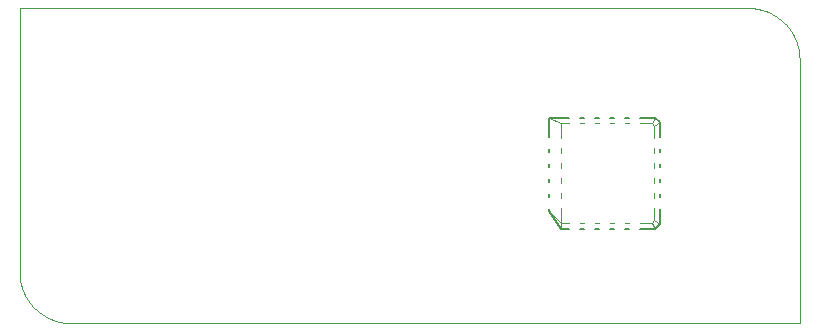
<source format=gto>
G04 EAGLE Gerber RS-274X export*
G75*
%MOMM*%
%FSLAX34Y34*%
%LPD*%
%INSilk top*%
%IPPOS*%
%AMOC8*
5,1,8,0,0,1.08239X$1,22.5*%
G01*
%ADD10C,0.000000*%
%ADD11C,0.002541*%
%ADD12C,0.152400*%
%ADD13C,0.050800*%


D10*
X50800Y50800D02*
X660400Y50800D01*
D11*
X50800Y50800D02*
X43360Y50800D01*
X42312Y50813D01*
X41265Y50851D01*
X40219Y50914D01*
X39175Y51002D01*
X38134Y51116D01*
X37095Y51255D01*
X36060Y51419D01*
X35029Y51608D01*
X34004Y51822D01*
X32983Y52060D01*
X31969Y52323D01*
X30961Y52610D01*
X29961Y52922D01*
X28968Y53258D01*
X27984Y53618D01*
X27009Y54001D01*
X26044Y54408D01*
X25088Y54838D01*
X24143Y55291D01*
X23210Y55767D01*
X22288Y56265D01*
X21378Y56785D01*
X20482Y57327D01*
X19598Y57891D01*
X18729Y58475D01*
X17874Y59081D01*
X17033Y59707D01*
X16209Y60353D01*
X15400Y61019D01*
X14607Y61705D01*
X13831Y62409D01*
X13073Y63132D01*
X12332Y63873D01*
X11609Y64631D01*
X10905Y65407D01*
X10219Y66200D01*
X9553Y67009D01*
X8907Y67833D01*
X8281Y68674D01*
X7675Y69529D01*
X7091Y70398D01*
X6527Y71282D01*
X5985Y72178D01*
X5465Y73088D01*
X4967Y74010D01*
X4491Y74943D01*
X4038Y75888D01*
X3608Y76844D01*
X3201Y77809D01*
X2818Y78784D01*
X2458Y79768D01*
X2122Y80761D01*
X1810Y81761D01*
X1523Y82769D01*
X1260Y83783D01*
X1022Y84804D01*
X808Y85829D01*
X619Y86860D01*
X455Y87895D01*
X316Y88934D01*
X202Y89975D01*
X114Y91019D01*
X51Y92065D01*
X13Y93112D01*
X0Y94160D01*
X0Y317500D01*
X660400Y274140D02*
X660400Y50800D01*
X660400Y274140D02*
X660387Y275188D01*
X660349Y276235D01*
X660286Y277281D01*
X660198Y278325D01*
X660084Y279366D01*
X659945Y280405D01*
X659781Y281440D01*
X659592Y282471D01*
X659378Y283496D01*
X659140Y284517D01*
X658877Y285531D01*
X658590Y286539D01*
X658278Y287539D01*
X657942Y288532D01*
X657582Y289516D01*
X657199Y290491D01*
X656792Y291456D01*
X656362Y292412D01*
X655909Y293357D01*
X655433Y294290D01*
X654935Y295212D01*
X654415Y296122D01*
X653873Y297018D01*
X653309Y297902D01*
X652725Y298771D01*
X652119Y299626D01*
X651493Y300467D01*
X650847Y301291D01*
X650181Y302100D01*
X649495Y302893D01*
X648791Y303669D01*
X648068Y304427D01*
X647327Y305168D01*
X646569Y305891D01*
X645793Y306595D01*
X645000Y307281D01*
X644191Y307947D01*
X643367Y308593D01*
X642526Y309219D01*
X641671Y309825D01*
X640802Y310409D01*
X639918Y310973D01*
X639022Y311515D01*
X638112Y312035D01*
X637190Y312533D01*
X636257Y313009D01*
X635312Y313462D01*
X634356Y313892D01*
X633391Y314299D01*
X632416Y314682D01*
X631432Y315042D01*
X630439Y315378D01*
X629439Y315690D01*
X628431Y315977D01*
X627417Y316240D01*
X626396Y316478D01*
X625371Y316692D01*
X624340Y316881D01*
X623305Y317045D01*
X622266Y317184D01*
X621225Y317298D01*
X620181Y317386D01*
X619135Y317449D01*
X618088Y317487D01*
X617040Y317500D01*
X0Y317500D01*
D12*
X474810Y224800D02*
X477690Y224800D01*
X487510Y224800D02*
X490390Y224800D01*
X500210Y224800D02*
X503090Y224800D01*
X512910Y224800D02*
X515790Y224800D01*
X525610Y224800D02*
X538300Y224800D01*
X542300Y220800D01*
X542300Y208110D01*
X542300Y198290D02*
X542300Y195410D01*
X542300Y185590D02*
X542300Y182710D01*
X542300Y172890D02*
X542300Y170010D01*
X542300Y160190D02*
X542300Y157310D01*
X542300Y147490D02*
X542300Y134800D01*
X538300Y130800D01*
X525610Y130800D01*
X515790Y130800D02*
X512910Y130800D01*
X503090Y130800D02*
X500210Y130800D01*
X490390Y130800D02*
X487510Y130800D01*
X477690Y130800D02*
X474810Y130800D01*
X464990Y130800D02*
X458300Y130800D01*
X448300Y145700D01*
X448300Y147490D01*
X448300Y157310D02*
X448300Y160190D01*
X448300Y170010D02*
X448300Y172890D01*
X448300Y182710D02*
X448300Y185590D01*
X448300Y195410D02*
X448300Y198290D01*
X448300Y208110D02*
X448300Y224800D01*
X464990Y224800D01*
D13*
X465390Y219800D02*
X458300Y219800D01*
X474410Y219800D02*
X478090Y219800D01*
X487110Y219800D02*
X490790Y219800D01*
X499810Y219800D02*
X503490Y219800D01*
X512510Y219800D02*
X516190Y219800D01*
X525210Y219800D02*
X535300Y219800D01*
X537300Y217800D01*
X537300Y207710D01*
X537300Y198690D02*
X537300Y195010D01*
X537300Y185990D02*
X537300Y182310D01*
X537300Y173290D02*
X537300Y169610D01*
X537300Y160590D02*
X537300Y156910D01*
X537300Y147890D02*
X537300Y137800D01*
X535300Y135800D01*
X525210Y135800D01*
X516190Y135800D02*
X512510Y135800D01*
X503490Y135800D02*
X499810Y135800D01*
X490790Y135800D02*
X487110Y135800D01*
X478090Y135800D02*
X474410Y135800D01*
X465390Y135800D02*
X458300Y135800D01*
X448400Y145700D01*
X458300Y156910D02*
X458300Y160590D01*
X458300Y169610D02*
X458300Y173290D01*
X458300Y182310D02*
X458300Y185990D01*
X458300Y195010D02*
X458300Y198690D01*
X458300Y207710D02*
X458300Y219800D01*
X535300Y219800D02*
X538300Y224800D01*
X542300Y220800D02*
X537300Y217800D01*
X537300Y137800D02*
X542300Y134800D01*
X538300Y130800D02*
X535300Y135800D01*
X458300Y219800D02*
X448300Y224800D01*
X458300Y147890D02*
X458300Y135800D01*
X458300Y130900D01*
M02*

</source>
